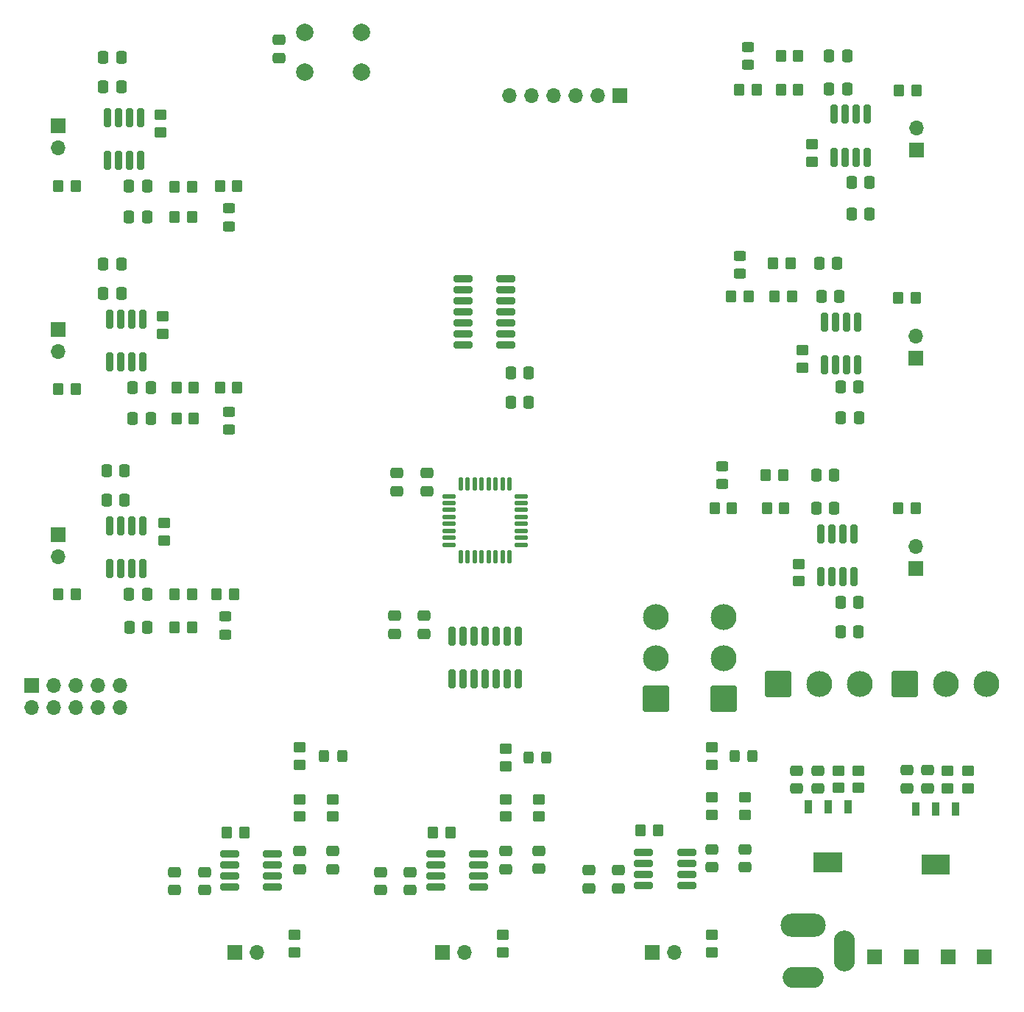
<source format=gbr>
%TF.GenerationSoftware,KiCad,Pcbnew,(6.0.5)*%
%TF.CreationDate,2023-11-06T22:20:46-06:00*%
%TF.ProjectId,ECE395_Digital_Target,45434533-3935-45f4-9469-676974616c5f,rev?*%
%TF.SameCoordinates,Original*%
%TF.FileFunction,Soldermask,Top*%
%TF.FilePolarity,Negative*%
%FSLAX46Y46*%
G04 Gerber Fmt 4.6, Leading zero omitted, Abs format (unit mm)*
G04 Created by KiCad (PCBNEW (6.0.5)) date 2023-11-06 22:20:46*
%MOMM*%
%LPD*%
G01*
G04 APERTURE LIST*
G04 Aperture macros list*
%AMRoundRect*
0 Rectangle with rounded corners*
0 $1 Rounding radius*
0 $2 $3 $4 $5 $6 $7 $8 $9 X,Y pos of 4 corners*
0 Add a 4 corners polygon primitive as box body*
4,1,4,$2,$3,$4,$5,$6,$7,$8,$9,$2,$3,0*
0 Add four circle primitives for the rounded corners*
1,1,$1+$1,$2,$3*
1,1,$1+$1,$4,$5*
1,1,$1+$1,$6,$7*
1,1,$1+$1,$8,$9*
0 Add four rect primitives between the rounded corners*
20,1,$1+$1,$2,$3,$4,$5,0*
20,1,$1+$1,$4,$5,$6,$7,0*
20,1,$1+$1,$6,$7,$8,$9,0*
20,1,$1+$1,$8,$9,$2,$3,0*%
G04 Aperture macros list end*
%ADD10RoundRect,0.250000X0.337500X0.475000X-0.337500X0.475000X-0.337500X-0.475000X0.337500X-0.475000X0*%
%ADD11RoundRect,0.250000X0.475000X-0.337500X0.475000X0.337500X-0.475000X0.337500X-0.475000X-0.337500X0*%
%ADD12R,1.700000X1.700000*%
%ADD13O,1.700000X1.700000*%
%ADD14RoundRect,0.250000X-0.450000X0.325000X-0.450000X-0.325000X0.450000X-0.325000X0.450000X0.325000X0*%
%ADD15RoundRect,0.250000X-0.337500X-0.475000X0.337500X-0.475000X0.337500X0.475000X-0.337500X0.475000X0*%
%ADD16RoundRect,0.144000X0.943000X0.258000X-0.943000X0.258000X-0.943000X-0.258000X0.943000X-0.258000X0*%
%ADD17RoundRect,0.144000X-0.258000X0.943000X-0.258000X-0.943000X0.258000X-0.943000X0.258000X0.943000X0*%
%ADD18RoundRect,0.102000X1.387500X-1.387500X1.387500X1.387500X-1.387500X1.387500X-1.387500X-1.387500X0*%
%ADD19C,2.979000*%
%ADD20RoundRect,0.250000X-0.350000X-0.450000X0.350000X-0.450000X0.350000X0.450000X-0.350000X0.450000X0*%
%ADD21O,5.204000X2.704000*%
%ADD22O,4.704000X2.454000*%
%ADD23O,2.454000X4.704000*%
%ADD24RoundRect,0.192000X-0.895000X-0.210000X0.895000X-0.210000X0.895000X0.210000X-0.895000X0.210000X0*%
%ADD25RoundRect,0.250000X0.450000X-0.350000X0.450000X0.350000X-0.450000X0.350000X-0.450000X-0.350000X0*%
%ADD26RoundRect,0.250000X0.350000X0.450000X-0.350000X0.450000X-0.350000X-0.450000X0.350000X-0.450000X0*%
%ADD27RoundRect,0.250000X-0.450000X0.350000X-0.450000X-0.350000X0.450000X-0.350000X0.450000X0.350000X0*%
%ADD28RoundRect,0.102000X1.387500X1.387500X-1.387500X1.387500X-1.387500X-1.387500X1.387500X-1.387500X0*%
%ADD29R,0.914400X1.600200*%
%ADD30RoundRect,0.192000X0.210000X-0.895000X0.210000X0.895000X-0.210000X0.895000X-0.210000X-0.895000X0*%
%ADD31RoundRect,0.250000X0.325000X0.450000X-0.325000X0.450000X-0.325000X-0.450000X0.325000X-0.450000X0*%
%ADD32RoundRect,0.125000X0.625000X0.125000X-0.625000X0.125000X-0.625000X-0.125000X0.625000X-0.125000X0*%
%ADD33RoundRect,0.125000X0.125000X0.625000X-0.125000X0.625000X-0.125000X-0.625000X0.125000X-0.625000X0*%
%ADD34RoundRect,0.250000X-0.475000X0.337500X-0.475000X-0.337500X0.475000X-0.337500X0.475000X0.337500X0*%
%ADD35RoundRect,0.250000X0.450000X-0.325000X0.450000X0.325000X-0.450000X0.325000X-0.450000X-0.325000X0*%
%ADD36C,2.000000*%
%ADD37RoundRect,0.144000X0.258000X-0.943000X0.258000X0.943000X-0.258000X0.943000X-0.258000X-0.943000X0*%
G04 APERTURE END LIST*
%TO.C,CR2*%
G36*
X161854100Y-131543400D02*
G01*
X158602900Y-131543400D01*
X158602900Y-129232000D01*
X161854100Y-129232000D01*
X161854100Y-131543400D01*
G37*
%TO.C,CR1*%
G36*
X149454100Y-131343400D02*
G01*
X146202900Y-131343400D01*
X146202900Y-129032000D01*
X149454100Y-129032000D01*
X149454100Y-131343400D01*
G37*
%TD*%
D10*
%TO.C,C206*%
X151337500Y-103600000D03*
X149262500Y-103600000D03*
%TD*%
D11*
%TO.C,10uF4*%
X159250000Y-121637500D03*
X159250000Y-119562500D03*
%TD*%
D12*
%TO.C,S2*%
X123925000Y-41900000D03*
D13*
X121385000Y-41900000D03*
X118845000Y-41900000D03*
X116305000Y-41900000D03*
X113765000Y-41900000D03*
X111225000Y-41900000D03*
%TD*%
D14*
%TO.C,D6*%
X135700000Y-84575000D03*
X135700000Y-86625000D03*
%TD*%
D15*
%TO.C,C234*%
X147962500Y-41100000D03*
X150037500Y-41100000D03*
%TD*%
D10*
%TO.C,C232*%
X69937500Y-75500000D03*
X67862500Y-75500000D03*
%TD*%
D16*
%TO.C,OP9*%
X131570000Y-132805000D03*
X131570000Y-131535000D03*
X131570000Y-130265000D03*
X131570000Y-128995000D03*
X126630000Y-128995000D03*
X126630000Y-130265000D03*
X126630000Y-131535000D03*
X126630000Y-132805000D03*
%TD*%
D17*
%TO.C,OP4*%
X152305000Y-44030000D03*
X151035000Y-44030000D03*
X149765000Y-44030000D03*
X148495000Y-44030000D03*
X148495000Y-48970000D03*
X149765000Y-48970000D03*
X151035000Y-48970000D03*
X152305000Y-48970000D03*
%TD*%
D18*
%TO.C,S63*%
X156700000Y-109600000D03*
D19*
X161400000Y-109600000D03*
X166100000Y-109600000D03*
%TD*%
D17*
%TO.C,OP6*%
X150805000Y-92330000D03*
X149535000Y-92330000D03*
X148265000Y-92330000D03*
X146995000Y-92330000D03*
X146995000Y-97270000D03*
X148265000Y-97270000D03*
X149535000Y-97270000D03*
X150805000Y-97270000D03*
%TD*%
D15*
%TO.C,C212*%
X64462500Y-64700000D03*
X66537500Y-64700000D03*
%TD*%
D11*
%TO.C,10uF1*%
X144200000Y-121687500D03*
X144200000Y-119612500D03*
%TD*%
D15*
%TO.C,C235*%
X147062500Y-65000000D03*
X149137500Y-65000000D03*
%TD*%
D20*
%TO.C,R4*%
X137600000Y-41200000D03*
X139600000Y-41200000D03*
%TD*%
D21*
%TO.C,J0*%
X145000000Y-137387500D03*
D22*
X145000000Y-143387500D03*
D23*
X149700000Y-140387500D03*
%TD*%
D11*
%TO.C,C218*%
X99800000Y-133375000D03*
X99800000Y-131300000D03*
%TD*%
D24*
%TO.C,NOT1*%
X105825000Y-62990000D03*
X105825000Y-64260000D03*
X105825000Y-65530000D03*
X105825000Y-66800000D03*
X105825000Y-68070000D03*
X105825000Y-69340000D03*
X105825000Y-70610000D03*
X110775000Y-70610000D03*
X110775000Y-69340000D03*
X110775000Y-68070000D03*
X110775000Y-66800000D03*
X110775000Y-65530000D03*
X110775000Y-64260000D03*
X110775000Y-62990000D03*
%TD*%
D10*
%TO.C,C205*%
X151375000Y-79000000D03*
X149300000Y-79000000D03*
%TD*%
D25*
%TO.C,R22*%
X71300000Y-69300000D03*
X71300000Y-67300000D03*
%TD*%
D26*
%TO.C,R35*%
X157900000Y-65200000D03*
X155900000Y-65200000D03*
%TD*%
%TO.C,R29*%
X128300000Y-126500000D03*
X126300000Y-126500000D03*
%TD*%
D20*
%TO.C,R11*%
X72700000Y-52380000D03*
X74700000Y-52380000D03*
%TD*%
D10*
%TO.C,C215*%
X151337500Y-75400000D03*
X149262500Y-75400000D03*
%TD*%
%TO.C,C204*%
X152637500Y-55500000D03*
X150562500Y-55500000D03*
%TD*%
D20*
%TO.C,R33*%
X59300000Y-99300000D03*
X61300000Y-99300000D03*
%TD*%
D11*
%TO.C,C241*%
X98000000Y-103837500D03*
X98000000Y-101762500D03*
%TD*%
D25*
%TO.C,R21*%
X71100000Y-46100000D03*
X71100000Y-44100000D03*
%TD*%
D27*
%TO.C,R24*%
X146000000Y-47500000D03*
X146000000Y-49500000D03*
%TD*%
D20*
%TO.C,R5*%
X136700000Y-65000000D03*
X138700000Y-65000000D03*
%TD*%
D27*
%TO.C,R25*%
X144900000Y-71200000D03*
X144900000Y-73200000D03*
%TD*%
D15*
%TO.C,C203*%
X64862500Y-85100000D03*
X66937500Y-85100000D03*
%TD*%
D20*
%TO.C,R13*%
X72700000Y-99300000D03*
X74700000Y-99300000D03*
%TD*%
D16*
%TO.C,OP8*%
X107670000Y-133005000D03*
X107670000Y-131735000D03*
X107670000Y-130465000D03*
X107670000Y-129195000D03*
X102730000Y-129195000D03*
X102730000Y-130465000D03*
X102730000Y-131735000D03*
X102730000Y-133005000D03*
%TD*%
D15*
%TO.C,C225*%
X146825000Y-61200000D03*
X148900000Y-61200000D03*
%TD*%
D10*
%TO.C,C214*%
X152637500Y-51900000D03*
X150562500Y-51900000D03*
%TD*%
%TO.C,C233*%
X69537500Y-99300000D03*
X67462500Y-99300000D03*
%TD*%
D25*
%TO.C,R101*%
X161600000Y-121650000D03*
X161600000Y-119650000D03*
%TD*%
D11*
%TO.C,C217*%
X76100000Y-133337500D03*
X76100000Y-131262500D03*
%TD*%
%TO.C,C208*%
X96400000Y-133337500D03*
X96400000Y-131262500D03*
%TD*%
D15*
%TO.C,C211*%
X64462500Y-40900000D03*
X66537500Y-40900000D03*
%TD*%
D25*
%TO.C,R9*%
X134500000Y-118900000D03*
X134500000Y-116900000D03*
%TD*%
D15*
%TO.C,C224*%
X147962500Y-37300000D03*
X150037500Y-37300000D03*
%TD*%
D25*
%TO.C,R49*%
X138300000Y-124700000D03*
X138300000Y-122700000D03*
%TD*%
D15*
%TO.C,C202*%
X64462500Y-61300000D03*
X66537500Y-61300000D03*
%TD*%
D12*
%TO.C,J1*%
X59300000Y-45400000D03*
D13*
X59300000Y-47940000D03*
%TD*%
D12*
%TO.C,J7*%
X79600000Y-140500000D03*
D13*
X82140000Y-140500000D03*
%TD*%
D28*
%TO.C,S550*%
X135852500Y-111350000D03*
D19*
X135852500Y-106650000D03*
X135852500Y-101950000D03*
%TD*%
D15*
%TO.C,C236*%
X146462500Y-89400000D03*
X148537500Y-89400000D03*
%TD*%
D29*
%TO.C,CR2*%
X162528500Y-123986900D03*
X160228500Y-123986900D03*
X157928500Y-123986900D03*
%TD*%
D11*
%TO.C,C207*%
X72700000Y-133337500D03*
X72700000Y-131262500D03*
%TD*%
D20*
%TO.C,R42*%
X72900000Y-79100000D03*
X74900000Y-79100000D03*
%TD*%
D25*
%TO.C,R18*%
X110800000Y-124900000D03*
X110800000Y-122900000D03*
%TD*%
D12*
%TO.C,J4*%
X158000000Y-48200000D03*
D13*
X158000000Y-45660000D03*
%TD*%
D11*
%TO.C,C300*%
X84700000Y-37537500D03*
X84700000Y-35462500D03*
%TD*%
D26*
%TO.C,R27*%
X80700000Y-126700000D03*
X78700000Y-126700000D03*
%TD*%
D14*
%TO.C,D5*%
X137700000Y-60375000D03*
X137700000Y-62425000D03*
%TD*%
D10*
%TO.C,C223*%
X69575000Y-103100000D03*
X67500000Y-103100000D03*
%TD*%
D30*
%TO.C,NOT2*%
X104590000Y-109075000D03*
X105860000Y-109075000D03*
X107130000Y-109075000D03*
X108400000Y-109075000D03*
X109670000Y-109075000D03*
X110940000Y-109075000D03*
X112210000Y-109075000D03*
X112210000Y-104125000D03*
X110940000Y-104125000D03*
X109670000Y-104125000D03*
X108400000Y-104125000D03*
X107130000Y-104125000D03*
X105860000Y-104125000D03*
X104590000Y-104125000D03*
%TD*%
D10*
%TO.C,C216*%
X151337500Y-100200000D03*
X149262500Y-100200000D03*
%TD*%
D12*
%TO.C,J5*%
X157900000Y-72100000D03*
D13*
X157900000Y-69560000D03*
%TD*%
D20*
%TO.C,R6*%
X134800000Y-89400000D03*
X136800000Y-89400000D03*
%TD*%
D15*
%TO.C,C213*%
X64862500Y-88500000D03*
X66937500Y-88500000D03*
%TD*%
%TO.C,C226*%
X146462500Y-85600000D03*
X148537500Y-85600000D03*
%TD*%
D10*
%TO.C,C221*%
X69537500Y-55900000D03*
X67462500Y-55900000D03*
%TD*%
D26*
%TO.C,R46*%
X142700000Y-85600000D03*
X140700000Y-85600000D03*
%TD*%
D12*
%TO.C,S1*%
X56260000Y-109800000D03*
D13*
X56260000Y-112340000D03*
X58800000Y-109800000D03*
X58800000Y-112340000D03*
X61340000Y-109800000D03*
X61340000Y-112340000D03*
X63880000Y-109800000D03*
X63880000Y-112340000D03*
X66420000Y-109800000D03*
X66420000Y-112340000D03*
%TD*%
D18*
%TO.C,S65*%
X142100000Y-109600000D03*
D19*
X146800000Y-109600000D03*
X151500000Y-109600000D03*
%TD*%
D25*
%TO.C,R7*%
X87100000Y-118900000D03*
X87100000Y-116900000D03*
%TD*%
D14*
%TO.C,D4*%
X138600000Y-36275000D03*
X138600000Y-38325000D03*
%TD*%
D12*
%TO.C,J9*%
X127600000Y-140500000D03*
D13*
X130140000Y-140500000D03*
%TD*%
D16*
%TO.C,OP7*%
X83970000Y-133005000D03*
X83970000Y-131735000D03*
X83970000Y-130465000D03*
X83970000Y-129195000D03*
X79030000Y-129195000D03*
X79030000Y-130465000D03*
X79030000Y-131735000D03*
X79030000Y-133005000D03*
%TD*%
D20*
%TO.C,R43*%
X72700000Y-103100000D03*
X74700000Y-103100000D03*
%TD*%
%TO.C,R14*%
X142400000Y-41200000D03*
X144400000Y-41200000D03*
%TD*%
D31*
%TO.C,D7*%
X91950000Y-117900000D03*
X89900000Y-117900000D03*
%TD*%
D20*
%TO.C,R31*%
X59300000Y-52300000D03*
X61300000Y-52300000D03*
%TD*%
D25*
%TO.C,R48*%
X114600000Y-124900000D03*
X114600000Y-122900000D03*
%TD*%
D32*
%TO.C,U1*%
X112575000Y-93600000D03*
X112575000Y-92800000D03*
X112575000Y-92000000D03*
X112575000Y-91200000D03*
X112575000Y-90400000D03*
X112575000Y-89600000D03*
X112575000Y-88800000D03*
X112575000Y-88000000D03*
D33*
X111200000Y-86625000D03*
X110400000Y-86625000D03*
X109600000Y-86625000D03*
X108800000Y-86625000D03*
X108000000Y-86625000D03*
X107200000Y-86625000D03*
X106400000Y-86625000D03*
X105600000Y-86625000D03*
D32*
X104225000Y-88000000D03*
X104225000Y-88800000D03*
X104225000Y-89600000D03*
X104225000Y-90400000D03*
X104225000Y-91200000D03*
X104225000Y-92000000D03*
X104225000Y-92800000D03*
X104225000Y-93600000D03*
D33*
X105600000Y-94975000D03*
X106400000Y-94975000D03*
X107200000Y-94975000D03*
X108000000Y-94975000D03*
X108800000Y-94975000D03*
X109600000Y-94975000D03*
X110400000Y-94975000D03*
X111200000Y-94975000D03*
%TD*%
D34*
%TO.C,C229*%
X138300000Y-128662500D03*
X138300000Y-130737500D03*
%TD*%
D15*
%TO.C,C250*%
X111325000Y-77200000D03*
X113400000Y-77200000D03*
%TD*%
D11*
%TO.C,C219*%
X123700000Y-133137500D03*
X123700000Y-131062500D03*
%TD*%
D28*
%TO.C,S350*%
X128052500Y-111350000D03*
D19*
X128052500Y-106650000D03*
X128052500Y-101950000D03*
%TD*%
D25*
%TO.C,R39*%
X134500000Y-140500000D03*
X134500000Y-138500000D03*
%TD*%
D20*
%TO.C,R16*%
X140800000Y-89400000D03*
X142800000Y-89400000D03*
%TD*%
D15*
%TO.C,C201*%
X64462500Y-37500000D03*
X66537500Y-37500000D03*
%TD*%
D34*
%TO.C,C242*%
X98200000Y-85362500D03*
X98200000Y-87437500D03*
%TD*%
%TO.C,C237*%
X87100000Y-128862500D03*
X87100000Y-130937500D03*
%TD*%
D31*
%TO.C,D9*%
X139125000Y-117900000D03*
X137075000Y-117900000D03*
%TD*%
D20*
%TO.C,R12*%
X72900000Y-75500000D03*
X74900000Y-75500000D03*
%TD*%
D12*
%TO.C,J166*%
X157425000Y-141000000D03*
%TD*%
D20*
%TO.C,R2*%
X77900000Y-75500000D03*
X79900000Y-75500000D03*
%TD*%
D12*
%TO.C,J6*%
X157900000Y-96300000D03*
D13*
X157900000Y-93760000D03*
%TD*%
D11*
%TO.C,10uF2*%
X156950000Y-121637500D03*
X156950000Y-119562500D03*
%TD*%
D25*
%TO.C,R23*%
X71500000Y-93100000D03*
X71500000Y-91100000D03*
%TD*%
D20*
%TO.C,R1*%
X77900000Y-52300000D03*
X79900000Y-52300000D03*
%TD*%
D25*
%TO.C,R17*%
X87100000Y-124900000D03*
X87100000Y-122900000D03*
%TD*%
D20*
%TO.C,R41*%
X72700000Y-55900000D03*
X74700000Y-55900000D03*
%TD*%
D12*
%TO.C,J8*%
X103500000Y-140500000D03*
D13*
X106040000Y-140500000D03*
%TD*%
D35*
%TO.C,D2*%
X78900000Y-80325000D03*
X78900000Y-78275000D03*
%TD*%
D34*
%TO.C,C238*%
X110800000Y-128862500D03*
X110800000Y-130937500D03*
%TD*%
D11*
%TO.C,C251*%
X101400000Y-103837500D03*
X101400000Y-101762500D03*
%TD*%
D20*
%TO.C,R3*%
X77500000Y-99300000D03*
X79500000Y-99300000D03*
%TD*%
D36*
%TO.C,SW1*%
X87650000Y-34650000D03*
X94150000Y-34650000D03*
X94150000Y-39150000D03*
X87650000Y-39150000D03*
%TD*%
D10*
%TO.C,C222*%
X69937500Y-79100000D03*
X67862500Y-79100000D03*
%TD*%
D11*
%TO.C,10uF3*%
X146650000Y-121687500D03*
X146650000Y-119612500D03*
%TD*%
D25*
%TO.C,R47*%
X90900000Y-124900000D03*
X90900000Y-122900000D03*
%TD*%
D26*
%TO.C,R44*%
X144400000Y-37300000D03*
X142400000Y-37300000D03*
%TD*%
D37*
%TO.C,OP2*%
X65195000Y-72570000D03*
X66465000Y-72570000D03*
X67735000Y-72570000D03*
X69005000Y-72570000D03*
X69005000Y-67630000D03*
X67735000Y-67630000D03*
X66465000Y-67630000D03*
X65195000Y-67630000D03*
%TD*%
D20*
%TO.C,R32*%
X59300000Y-75700000D03*
X61300000Y-75700000D03*
%TD*%
D29*
%TO.C,CR1*%
X150128500Y-123786900D03*
X147828500Y-123786900D03*
X145528500Y-123786900D03*
%TD*%
D34*
%TO.C,C239*%
X134500000Y-128662500D03*
X134500000Y-130737500D03*
%TD*%
D25*
%TO.C,R37*%
X86500000Y-140500000D03*
X86500000Y-138500000D03*
%TD*%
D11*
%TO.C,C209*%
X120300000Y-133137500D03*
X120300000Y-131062500D03*
%TD*%
D34*
%TO.C,C228*%
X114600000Y-128825000D03*
X114600000Y-130900000D03*
%TD*%
D25*
%TO.C,R19*%
X134500000Y-124700000D03*
X134500000Y-122700000D03*
%TD*%
D34*
%TO.C,C252*%
X101725000Y-85362500D03*
X101725000Y-87437500D03*
%TD*%
%TO.C,C227*%
X90900000Y-128862500D03*
X90900000Y-130937500D03*
%TD*%
D25*
%TO.C,R8*%
X110800000Y-119100000D03*
X110800000Y-117100000D03*
%TD*%
D20*
%TO.C,R15*%
X141700000Y-65000000D03*
X143700000Y-65000000D03*
%TD*%
D31*
%TO.C,D8*%
X115425000Y-118100000D03*
X113375000Y-118100000D03*
%TD*%
D25*
%TO.C,R100*%
X149000000Y-121600000D03*
X149000000Y-119600000D03*
%TD*%
D35*
%TO.C,D3*%
X78500000Y-103925000D03*
X78500000Y-101875000D03*
%TD*%
D37*
%TO.C,OP1*%
X64995000Y-49370000D03*
X66265000Y-49370000D03*
X67535000Y-49370000D03*
X68805000Y-49370000D03*
X68805000Y-44430000D03*
X67535000Y-44430000D03*
X66265000Y-44430000D03*
X64995000Y-44430000D03*
%TD*%
D12*
%TO.C,J3*%
X59300000Y-92400000D03*
D13*
X59300000Y-94940000D03*
%TD*%
D26*
%TO.C,R36*%
X157900000Y-89400000D03*
X155900000Y-89400000D03*
%TD*%
D10*
%TO.C,C231*%
X69537500Y-52300000D03*
X67462500Y-52300000D03*
%TD*%
D26*
%TO.C,R28*%
X104400000Y-126700000D03*
X102400000Y-126700000D03*
%TD*%
D27*
%TO.C,R26*%
X144500000Y-95800000D03*
X144500000Y-97800000D03*
%TD*%
D12*
%TO.C,J112*%
X153225000Y-141000000D03*
%TD*%
%TO.C,J2*%
X59300000Y-68800000D03*
D13*
X59300000Y-71340000D03*
%TD*%
D15*
%TO.C,C240*%
X111325000Y-73800000D03*
X113400000Y-73800000D03*
%TD*%
D17*
%TO.C,OP5*%
X151205000Y-67930000D03*
X149935000Y-67930000D03*
X148665000Y-67930000D03*
X147395000Y-67930000D03*
X147395000Y-72870000D03*
X148665000Y-72870000D03*
X149935000Y-72870000D03*
X151205000Y-72870000D03*
%TD*%
D25*
%TO.C,R38*%
X110400000Y-140500000D03*
X110400000Y-138500000D03*
%TD*%
D26*
%TO.C,R45*%
X143500000Y-61200000D03*
X141500000Y-61200000D03*
%TD*%
D35*
%TO.C,D1*%
X78900000Y-56925000D03*
X78900000Y-54875000D03*
%TD*%
D25*
%TO.C,R103*%
X163900000Y-121650000D03*
X163900000Y-119650000D03*
%TD*%
%TO.C,R102*%
X151300000Y-121600000D03*
X151300000Y-119600000D03*
%TD*%
D12*
%TO.C,J133*%
X165825000Y-141000000D03*
%TD*%
D26*
%TO.C,R34*%
X158000000Y-41300000D03*
X156000000Y-41300000D03*
%TD*%
D12*
%TO.C,J999*%
X161625000Y-141000000D03*
%TD*%
D37*
%TO.C,OP3*%
X65195000Y-96370000D03*
X66465000Y-96370000D03*
X67735000Y-96370000D03*
X69005000Y-96370000D03*
X69005000Y-91430000D03*
X67735000Y-91430000D03*
X66465000Y-91430000D03*
X65195000Y-91430000D03*
%TD*%
M02*

</source>
